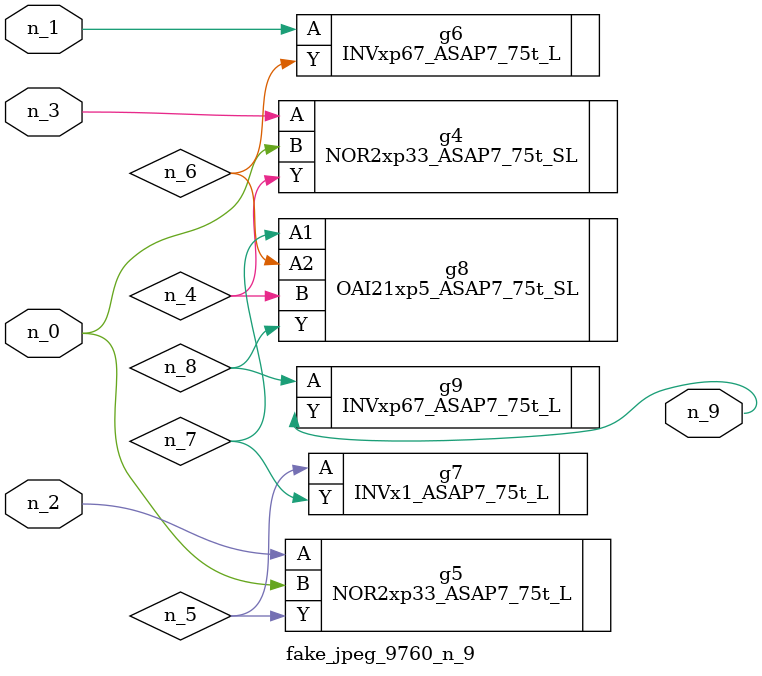
<source format=v>
module fake_jpeg_9760_n_9 (n_0, n_3, n_2, n_1, n_9);

input n_0;
input n_3;
input n_2;
input n_1;

output n_9;

wire n_4;
wire n_8;
wire n_6;
wire n_5;
wire n_7;

NOR2xp33_ASAP7_75t_SL g4 ( 
.A(n_3),
.B(n_0),
.Y(n_4)
);

NOR2xp33_ASAP7_75t_L g5 ( 
.A(n_2),
.B(n_0),
.Y(n_5)
);

INVxp67_ASAP7_75t_L g6 ( 
.A(n_1),
.Y(n_6)
);

INVx1_ASAP7_75t_L g7 ( 
.A(n_5),
.Y(n_7)
);

OAI21xp5_ASAP7_75t_SL g8 ( 
.A1(n_7),
.A2(n_6),
.B(n_4),
.Y(n_8)
);

INVxp67_ASAP7_75t_L g9 ( 
.A(n_8),
.Y(n_9)
);


endmodule
</source>
